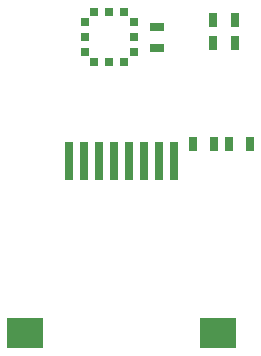
<source format=gbr>
G04 EAGLE Gerber RS-274X export*
G75*
%MOMM*%
%FSLAX34Y34*%
%LPD*%
%INSolderpaste Top*%
%IPPOS*%
%AMOC8*
5,1,8,0,0,1.08239X$1,22.5*%
G01*
%ADD10R,1.200000X0.800000*%
%ADD11R,0.800000X1.200000*%
%ADD12R,0.700000X0.700000*%
%ADD13R,0.800000X3.200000*%
%ADD14R,3.120000X2.540000*%


D10*
X130000Y261000D03*
X130000Y279000D03*
D11*
X191000Y180000D03*
X209000Y180000D03*
X161000Y180000D03*
X179000Y180000D03*
X178000Y265000D03*
X196000Y265000D03*
X178000Y285000D03*
X196000Y285000D03*
D12*
X102700Y249000D03*
X90000Y249000D03*
X77300Y249000D03*
X69000Y257300D03*
X69000Y270000D03*
X69000Y282700D03*
X77300Y291000D03*
X90000Y291000D03*
X102700Y291000D03*
X111000Y282700D03*
X111000Y270000D03*
X111000Y257300D03*
D13*
X144450Y165200D03*
X131750Y165200D03*
X119050Y165200D03*
X106350Y165200D03*
X93650Y165200D03*
X80950Y165200D03*
X68250Y165200D03*
X55550Y165200D03*
D14*
X181700Y20000D03*
X18300Y20000D03*
M02*

</source>
